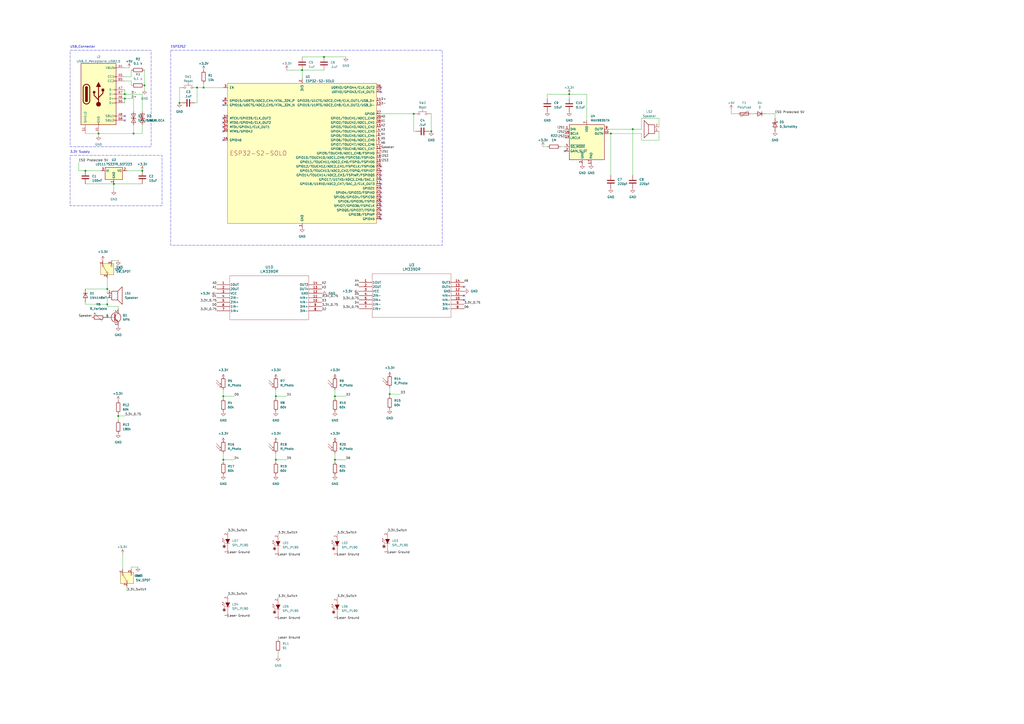
<source format=kicad_sch>
(kicad_sch (version 20231120) (generator "eeschema") (generator_version "8.0")
  (paper "A2")
  (junction (at 129.54 229.87))
  (junction (at 114.3 50.8))
  (junction (at 82.55 99.06))
  (junction (at 240.03 66.04))
  (junction (at 226.06 228.6))
  (junction (at 77.47 77.47))
  (junction (at 83.82 49.53))
  (junction (at 354.33 77.47))
  (junction (at 72.39 54.61))
  (junction (at 330.2 54.61))
  (junction (at 66.04 106.68))
  (junction (at 187.96 33.02))
  (junction (at 57.15 77.47))
  (junction (at 118.11 50.8))
  (junction (at 49.53 99.06))
  (junction (at 104.14 59.69))
  (junction (at 72.39 57.15))
  (junction (at 68.58 241.3))
  (junction (at 194.31 266.7))
  (junction (at 160.02 266.7))
  (junction (at 367.03 74.93))
  (junction (at 194.31 229.87))
  (junction (at 62.23 167.64))
  (junction (at 175.26 40.64))
  (junction (at 160.02 229.87))
  (junction (at 62.23 176.53))
  (junction (at 250.19 76.2))
  (junction (at 129.54 266.7))
  (no_connect (at 220.98 114.3))
  (no_connect (at 129.54 68.58))
  (no_connect (at 220.98 53.34))
  (no_connect (at 269.24 173.99))
  (no_connect (at 269.24 171.45))
  (no_connect (at 129.54 60.96))
  (no_connect (at 220.98 119.38))
  (no_connect (at 72.39 69.85))
  (no_connect (at 220.98 99.06))
  (no_connect (at 220.98 109.22))
  (no_connect (at 220.98 106.68))
  (no_connect (at 220.98 111.76))
  (no_connect (at 220.98 104.14))
  (no_connect (at 220.98 116.84))
  (no_connect (at 220.98 50.8))
  (no_connect (at 220.98 127))
  (no_connect (at 269.24 166.37))
  (no_connect (at 220.98 101.6))
  (no_connect (at 220.98 121.92))
  (no_connect (at 220.98 124.46))
  (no_connect (at 72.39 67.31))
  (no_connect (at 129.54 81.28))
  (no_connect (at 129.54 71.12))
  (no_connect (at 129.54 73.66))
  (no_connect (at 220.98 96.52))
  (no_connect (at 129.54 76.2))
  (no_connect (at 327.66 87.63))
  (no_connect (at 129.54 58.42))
  (wire (pts (xy 160.02 266.7) (xy 160.02 267.97)))
  (wire (pts (xy 72.39 39.37) (xy 74.93 39.37)))
  (wire (pts (xy 226.06 217.17) (xy 226.06 218.44)))
  (wire (pts (xy 161.29 378.46) (xy 161.29 381)))
  (wire (pts (xy 49.53 175.26) (xy 49.53 176.53)))
  (wire (pts (xy 226.06 228.6) (xy 226.06 229.87)))
  (wire (pts (xy 194.31 226.06) (xy 194.31 229.87)))
  (wire (pts (xy 72.39 46.99) (xy 76.2 46.99)))
  (wire (pts (xy 57.15 78.74) (xy 57.15 77.47)))
  (wire (pts (xy 118.11 50.8) (xy 114.3 50.8)))
  (wire (pts (xy 367.03 101.6) (xy 367.03 74.93)))
  (wire (pts (xy 382.27 81.28) (xy 382.27 76.2)))
  (wire (pts (xy 160.02 229.87) (xy 160.02 231.14)))
  (wire (pts (xy 73.66 99.06) (xy 82.55 99.06)))
  (wire (pts (xy 73.66 342.9) (xy 73.66 340.36)))
  (wire (pts (xy 72.39 57.15) (xy 72.39 59.69)))
  (wire (pts (xy 118.11 50.8) (xy 129.54 50.8)))
  (wire (pts (xy 194.31 266.7) (xy 194.31 267.97)))
  (wire (pts (xy 340.36 69.85) (xy 340.36 54.61)))
  (wire (pts (xy 175.26 40.64) (xy 175.26 45.72)))
  (wire (pts (xy 449.58 66.04) (xy 449.58 68.58)))
  (wire (pts (xy 372.11 81.28) (xy 382.27 81.28)))
  (wire (pts (xy 340.36 54.61) (xy 330.2 54.61)))
  (wire (pts (xy 194.31 266.7) (xy 200.66 266.7)))
  (wire (pts (xy 367.03 74.93) (xy 372.11 74.93)))
  (wire (pts (xy 62.23 161.29) (xy 62.23 167.64)))
  (wire (pts (xy 382.27 68.58) (xy 382.27 73.66)))
  (wire (pts (xy 49.53 167.64) (xy 62.23 167.64)))
  (wire (pts (xy 72.39 241.3) (xy 68.58 241.3)))
  (wire (pts (xy 76.2 328.93) (xy 76.2 330.2)))
  (wire (pts (xy 76.2 44.45) (xy 76.2 40.64)))
  (wire (pts (xy 80.01 328.93) (xy 76.2 328.93)))
  (wire (pts (xy 354.33 77.47) (xy 354.33 101.6)))
  (wire (pts (xy 45.72 99.06) (xy 49.53 99.06)))
  (wire (pts (xy 160.02 226.06) (xy 160.02 229.87)))
  (wire (pts (xy 68.58 177.8) (xy 62.23 177.8)))
  (wire (pts (xy 175.26 40.64) (xy 187.96 40.64)))
  (wire (pts (xy 129.54 262.89) (xy 129.54 266.7)))
  (wire (pts (xy 240.03 66.04) (xy 240.03 76.2)))
  (wire (pts (xy 68.58 240.03) (xy 68.58 241.3)))
  (wire (pts (xy 114.3 50.8) (xy 114.3 59.69)))
  (wire (pts (xy 68.58 151.13) (xy 64.77 151.13)))
  (wire (pts (xy 113.03 59.69) (xy 114.3 59.69)))
  (wire (pts (xy 71.12 321.31) (xy 71.12 330.2)))
  (wire (pts (xy 62.23 177.8) (xy 62.23 176.53)))
  (wire (pts (xy 317.5 54.61) (xy 330.2 54.61)))
  (wire (pts (xy 129.54 226.06) (xy 129.54 229.87)))
  (wire (pts (xy 194.31 255.27) (xy 194.31 256.54)))
  (wire (pts (xy 160.02 218.44) (xy 160.02 219.71)))
  (wire (pts (xy 250.19 76.2) (xy 248.92 76.2)))
  (wire (pts (xy 105.41 59.69) (xy 104.14 59.69)))
  (wire (pts (xy 129.54 255.27) (xy 129.54 256.54)))
  (wire (pts (xy 175.26 33.02) (xy 187.96 33.02)))
  (wire (pts (xy 72.39 54.61) (xy 82.55 54.61)))
  (wire (pts (xy 317.5 85.09) (xy 314.96 85.09)))
  (wire (pts (xy 62.23 167.64) (xy 62.23 170.18)))
  (wire (pts (xy 77.47 64.77) (xy 77.47 57.15)))
  (wire (pts (xy 82.55 72.39) (xy 82.55 77.47)))
  (wire (pts (xy 129.54 229.87) (xy 135.89 229.87)))
  (wire (pts (xy 72.39 52.07) (xy 72.39 54.61)))
  (wire (pts (xy 83.82 49.53) (xy 83.82 52.07)))
  (wire (pts (xy 194.31 229.87) (xy 194.31 231.14)))
  (wire (pts (xy 83.82 40.64) (xy 83.82 49.53)))
  (wire (pts (xy 77.47 77.47) (xy 82.55 77.47)))
  (wire (pts (xy 104.14 59.69) (xy 104.14 50.8)))
  (wire (pts (xy 76.2 46.99) (xy 76.2 49.53)))
  (wire (pts (xy 166.37 40.64) (xy 175.26 40.64)))
  (wire (pts (xy 372.11 68.58) (xy 382.27 68.58)))
  (wire (pts (xy 353.06 77.47) (xy 354.33 77.47)))
  (wire (pts (xy 226.06 228.6) (xy 232.41 228.6)))
  (wire (pts (xy 62.23 176.53) (xy 62.23 172.72)))
  (wire (pts (xy 82.55 54.61) (xy 82.55 64.77)))
  (wire (pts (xy 250.19 66.04) (xy 250.19 76.2)))
  (wire (pts (xy 160.02 229.87) (xy 166.37 229.87)))
  (wire (pts (xy 372.11 74.93) (xy 372.11 68.58)))
  (wire (pts (xy 444.5 66.04) (xy 449.58 66.04)))
  (wire (pts (xy 160.02 255.27) (xy 160.02 256.54)))
  (wire (pts (xy 317.5 57.15) (xy 317.5 54.61)))
  (wire (pts (xy 129.54 218.44) (xy 129.54 219.71)))
  (wire (pts (xy 424.18 66.04) (xy 427.99 66.04)))
  (wire (pts (xy 72.39 44.45) (xy 76.2 44.45)))
  (wire (pts (xy 372.11 77.47) (xy 372.11 81.28)))
  (wire (pts (xy 424.18 66.04) (xy 424.18 63.5)))
  (wire (pts (xy 57.15 77.47) (xy 77.47 77.47)))
  (wire (pts (xy 436.88 66.04) (xy 435.61 66.04)))
  (wire (pts (xy 45.72 93.98) (xy 45.72 99.06)))
  (wire (pts (xy 226.06 224.79) (xy 226.06 228.6)))
  (wire (pts (xy 129.54 266.7) (xy 135.89 266.7)))
  (wire (pts (xy 330.2 54.61) (xy 330.2 57.15)))
  (wire (pts (xy 354.33 77.47) (xy 372.11 77.47)))
  (wire (pts (xy 49.53 99.06) (xy 58.42 99.06)))
  (wire (pts (xy 220.98 66.04) (xy 240.03 66.04)))
  (wire (pts (xy 49.53 106.68) (xy 66.04 106.68)))
  (wire (pts (xy 129.54 229.87) (xy 129.54 231.14)))
  (wire (pts (xy 68.58 241.3) (xy 68.58 243.84)))
  (wire (pts (xy 160.02 266.7) (xy 166.37 266.7)))
  (wire (pts (xy 194.31 262.89) (xy 194.31 266.7)))
  (wire (pts (xy 353.06 74.93) (xy 367.03 74.93)))
  (wire (pts (xy 241.3 76.2) (xy 240.03 76.2)))
  (wire (pts (xy 66.04 106.68) (xy 66.04 110.49)))
  (wire (pts (xy 194.31 229.87) (xy 200.66 229.87)))
  (wire (pts (xy 49.53 77.47) (xy 57.15 77.47)))
  (wire (pts (xy 49.53 176.53) (xy 62.23 176.53)))
  (wire (pts (xy 160.02 262.89) (xy 160.02 266.7)))
  (wire (pts (xy 66.04 106.68) (xy 82.55 106.68)))
  (wire (pts (xy 72.39 57.15) (xy 77.47 57.15)))
  (wire (pts (xy 187.96 33.02) (xy 200.66 33.02)))
  (wire (pts (xy 77.47 77.47) (xy 77.47 72.39)))
  (wire (pts (xy 129.54 266.7) (xy 129.54 267.97)))
  (wire (pts (xy 68.58 177.8) (xy 68.58 179.07)))
  (wire (pts (xy 118.11 48.26) (xy 118.11 50.8)))
  (wire (pts (xy 325.12 85.09) (xy 327.66 85.09)))
  (wire (pts (xy 194.31 218.44) (xy 194.31 219.71)))
  (rectangle (start 40.64 90.17) (end 93.98 119.38) (stroke (width 0) (type dash)))
  (rectangle (start 40.64 29.21) (end 87.63 85.09) (stroke (width 0) (type dash)))
  (rectangle (start 99.06 29.21) (end 256.54 142.24) (stroke (width 0) (type dash)))
  (text "USB_Connector" (at 40.64 27.94 0) (effects (font (size 1.27 1.27)) (justify left bottom)))
  (text "ESP32S2" (at 99.06 27.94 0) (effects (font (size 1.27 1.27)) (justify left bottom)))
  (text "3.3V Supply" (at 40.64 88.9 0) (effects (font (size 1.27 1.27)) (justify left bottom)))
  (label "A2" (at 186.69 165.1 0))
  (label "D5" (at 208.28 171.45 180))
  (label "Laser Ground" (at 132.08 321.31 0))
  (label "A1" (at 125.73 167.64 180))
  (label "3.3V_0.75" (at 72.39 241.3 0))
  (label "A6" (at 269.24 163.83 0))
  (label "D4" (at 135.89 266.7 0))
  (label "3.3V_0.75" (at 208.28 173.99 180))
  (label "ESD Protected 5V" (at 45.72 93.98 0))
  (label "A5" (at 220.98 81.28 0))
  (label "Laser Ground" (at 161.29 370.84 0))
  (label "Laser Ground" (at 161.29 322.58 0))
  (label "3.3V_Switch" (at 195.58 309.88 0))
  (label "D2" (at 186.69 180.34 0))
  (label "Speaker" (at 220.98 86.36 0))
  (label "Laser Ground" (at 224.79 321.31 0))
  (label "I2S2" (at 220.98 91.44 0))
  (label "I2S3" (at 327.66 80.01 180))
  (label "A1" (at 220.98 71.12 0))
  (label "A0" (at 220.98 68.58 0))
  (label "D+" (at 76.2 57.15 0))
  (label "3.3V_Switch" (at 132.08 345.44 0))
  (label "I2S1" (at 220.98 88.9 0))
  (label "Laser Ground" (at 132.08 358.14 0))
  (label "A0" (at 125.73 165.1 180))
  (label "Laser Ground" (at 161.29 359.41 0))
  (label "I2S1" (at 327.66 74.93 180))
  (label "D6" (at 200.66 266.7 0))
  (label "3.3V_0.75" (at 208.28 179.07 180))
  (label "A6" (at 220.98 83.82 0))
  (label "3.3V_0.75" (at 125.73 175.26 180))
  (label "D3" (at 232.41 228.6 0))
  (label "A5" (at 208.28 166.37 180))
  (label "3.3V_Switch" (at 224.79 308.61 0))
  (label "Speaker" (at 53.34 184.15 180))
  (label "D1" (at 125.73 172.72 180))
  (label "3.3V_Switch" (at 195.58 346.71 0))
  (label "3.3V_0.75" (at 269.24 176.53 0))
  (label "3.3V_Switch" (at 161.29 346.71 0))
  (label "3.3V_Switch" (at 73.66 342.9 0))
  (label "D+" (at 220.98 58.42 0))
  (label "D0" (at 135.89 229.87 0))
  (label "3.3V_0.75" (at 186.69 177.8 0))
  (label "3.3V_0.75" (at 125.73 180.34 180))
  (label "3.3V_Switch" (at 161.29 309.88 0))
  (label "D4" (at 208.28 176.53 180))
  (label "3.3V_Switch" (at 132.08 308.61 0))
  (label "I2S3" (at 220.98 93.98 0))
  (label "Laser Ground" (at 195.58 359.41 0))
  (label "I2S2" (at 327.66 77.47 180))
  (label "D3" (at 186.69 175.26 0))
  (label "A4" (at 208.28 163.83 180))
  (label "Laser Ground" (at 195.58 322.58 0))
  (label "D5" (at 166.37 266.7 0))
  (label "A3" (at 220.98 76.2 0))
  (label "D0" (at 125.73 177.8 180))
  (label "D6" (at 269.24 179.07 0))
  (label "D-" (at 76.2 54.61 0))
  (label "A2" (at 220.98 73.66 0))
  (label "A4" (at 220.98 78.74 0))
  (label "A3" (at 186.69 167.64 0))
  (label "D1" (at 166.37 229.87 0))
  (label "3.3V_0.75" (at 186.69 172.72 0))
  (label "D2" (at 200.66 229.87 0))
  (label "ESD Protected 5V" (at 449.58 66.04 0))
  (label "D-" (at 220.98 60.96 0))
  (symbol (lib_name "GND_4") (lib_id "power:GND") (at 354.33 109.22 0) (unit 1)
    (property "Reference" "#PWR015" (effects (hide yes)))
    (property "Value" "GND" (at 354.33 114.3 0))
    (property "Description" "Power symbol creates a global label with name \"GND\" , ground" (effects (hide yes)))
  )
  (symbol (lib_id "power:+5V") (at 424.18 63.5 0) (unit 1)
    (property "Reference" "#PWR032" (effects (hide yes)))
    (property "Value" "+5V" (at 424.18 59.69 0))
  )
  (symbol (lib_id "Diode_Laser:SPL_PL90") (at 132.08 313.69 90) (unit 1)
    (property "Reference" "LD7" (at 134.62 313.6899 90) (effects (justify right)))
    (property "Value" "SPL_PL90" (at 134.62 316.2299 90) (effects (justify right)))
    (property "Footprint" "Connector_PinSocket_2.54mm:PinSocket_1x02_P2.54mm_Vertical" (effects (hide yes)))
    (property "Datasheet" "http://www.osram-os.com/Graphics/XPic0/00194565_0.pdf/SPL%20PL90.pdf" (effects (hide yes)))
    (property "Description" "Pulsed Laser Diode in Plastic Package 25W Peak Power" (effects (hide yes)))
  )
  (symbol (lib_name "GND_2") (lib_id "power:GND") (at 80.01 328.93 0) (unit 1)
    (property "Reference" "#PWR019" (effects (hide yes)))
    (property "Value" "GND" (at 80.01 334.01 0))
    (property "Description" "Power symbol creates a global label with name \"GND\" , ground" (effects (hide yes)))
  )
  (symbol (lib_name "GND_6") (lib_id "power:GND") (at 449.58 76.2 0) (unit 1)
    (property "Reference" "#PWR033" (effects (hide yes)))
    (property "Value" "GND" (at 449.58 81.28 0))
    (property "Description" "Power symbol creates a global label with name \"GND\" , ground" (effects (hide yes)))
  )
  (symbol (lib_id "power:+3.3V") (at 166.37 40.64 0) (unit 1)
    (property "Reference" "#PWR010" (effects (hide yes)))
    (property "Value" "+3.3V" (at 166.37 36.83 0))
  )
  (symbol (lib_id "2024-04-11_05-51-07:LM339DR") (at 208.28 163.83 0) (unit 1)
    (property "Reference" "U3" (at 238.76 153.67 0) (effects (font (size 1.524 1.524))))
    (property "Value" "LM339DR" (at 238.76 156.21 0) (effects (font (size 1.524 1.524))))
    (property "Footprint" "footprints:D14" (effects (hide yes)))
    (property "Datasheet" "LM339DR" (effects (hide yes)))
  )
  (symbol (lib_id "Device:R") (at 160.02 234.95 0) (unit 1)
    (property "Reference" "R8" (at 162.56 233.6799 0) (effects (justify left)))
    (property "Value" "60k" (at 162.56 236.2199 0) (effects (justify left)))
    (property "Footprint" "Resistor_SMD:R_0805_2012Metric" (effects (hide yes)))
    (property "Description" "Resistor" (effects (hide yes)))
  )
  (symbol (lib_id "power:GND") (at 66.04 110.49 0) (unit 1)
    (property "Reference" "#PWR01" (effects (hide yes)))
    (property "Value" "GND" (at 66.04 115.57 0))
  )
  (symbol (lib_id "Device:R_Photo") (at 160.02 259.08 0) (unit 1)
    (property "Reference" "R18" (at 162.56 257.8099 0) (effects (justify left)))
    (property "Value" "R_Photo" (at 162.56 260.3499 0) (effects (justify left)))
    (property "Footprint" "Connector_PinSocket_2.54mm:PinSocket_1x02_P2.54mm_Vertical" (effects (hide yes)))
    (property "Description" "Photoresistor" (effects (hide yes)))
  )
  (symbol (lib_id "Device:C") (at 175.26 36.83 0) (unit 1)
    (property "Reference" "C5" (at 179.07 36.195 0) (effects (justify left)))
    (property "Value" "1uF" (at 179.07 38.735 0) (effects (justify left)))
    (property "Footprint" "Capacitor_SMD:C_0805_2012Metric_Pad1.18x1.45mm_HandSolder" (effects (hide yes)))
  )
  (symbol (lib_id "Device:R") (at 80.01 49.53 270) (unit 1)
    (property "Reference" "R3" (at 80.01 43.18 90))
    (property "Value" "5.1 k" (at 80.01 45.72 90))
    (property "Footprint" "Resistor_SMD:R_0805_2012Metric_Pad1.20x1.40mm_HandSolder" (effects (hide yes)))
  )
  (symbol (lib_id "Switch:SW_Omron_B3FS") (at 245.11 66.04 0) (unit 1)
    (property "Reference" "SW2" (at 245.11 59.69 0))
    (property "Value" "Boot" (at 245.11 62.23 0))
    (property "Footprint" "footprints 2:SWDIP2_256X170P100" (effects (hide yes)))
    (property "Datasheet" "https://omronfs.omron.com/en_US/ecb/products/pdf/en-b3fs.pdf" (effects (hide yes)))
  )
  (symbol (lib_id "Diode_Laser:SPL_PL90") (at 161.29 314.96 90) (unit 1)
    (property "Reference" "LD1" (at 163.83 314.9599 90) (effects (justify right)))
    (property "Value" "SPL_PL90" (at 163.83 317.4999 90) (effects (justify right)))
    (property "Footprint" "Connector_PinSocket_2.54mm:PinSocket_1x02_P2.54mm_Vertical" (effects (hide yes)))
    (property "Datasheet" "http://www.osram-os.com/Graphics/XPic0/00194565_0.pdf/SPL%20PL90.pdf" (effects (hide yes)))
    (property "Description" "Pulsed Laser Diode in Plastic Package 25W Peak Power" (effects (hide yes)))
  )
  (symbol (lib_name "GND_4") (lib_id "power:GND") (at 317.5 64.77 0) (unit 1)
    (property "Reference" "#PWR025" (effects (hide yes)))
    (property "Value" "GND" (at 317.5 69.85 0))
    (property "Description" "Power symbol creates a global label with name \"GND\" , ground" (effects (hide yes)))
  )
  (symbol (lib_id "Device:R_Photo") (at 194.31 222.25 0) (unit 1)
    (property "Reference" "R9" (at 196.85 220.9799 0) (effects (justify left)))
    (property "Value" "R_Photo" (at 196.85 223.5199 0) (effects (justify left)))
    (property "Footprint" "Connector_PinSocket_2.54mm:PinSocket_1x02_P2.54mm_Vertical" (effects (hide yes)))
    (property "Description" "Photoresistor" (effects (hide yes)))
  )
  (symbol (lib_id "esp32:ESP32-S2-SOLO") (at 175.26 88.9 0) (unit 1)
    (property "Reference" "U1" (at 177.2159 44.45 0) (effects (justify left)))
    (property "Value" "ESP32-S2-SOLO" (at 177.2159 46.99 0) (effects (justify left)))
    (property "Footprint" "ESP32_S2_SOLO_N4:XCVR_ESP32-S2-SOLO-N4" (effects (hide yes)))
    (property "Datasheet" "https://www.espressif.com/sites/default/files/documentation/esp32-s2-solo_esp32-s2-solo-u_datasheet_en.pdf" (effects (hide yes)))
  )
  (symbol (lib_id "Diode_Laser:SPL_PL90") (at 195.58 351.79 90) (unit 1)
    (property "Reference" "LD6" (at 198.12 351.7899 90) (effects (justify right)))
    (property "Value" "SPL_PL90" (at 198.12 354.3299 90) (effects (justify right)))
    (property "Footprint" "Connector_PinSocket_2.54mm:PinSocket_1x02_P2.54mm_Vertical" (effects (hide yes)))
    (property "Datasheet" "http://www.osram-os.com/Graphics/XPic0/00194565_0.pdf/SPL%20PL90.pdf" (effects (hide yes)))
    (property "Description" "Pulsed Laser Diode in Plastic Package 25W Peak Power" (effects (hide yes)))
  )
  (symbol (lib_id "2024-04-11_05-51-07:LM339DR") (at 125.73 165.1 0) (unit 1)
    (property "Reference" "U10" (at 156.21 154.94 0) (effects (font (size 1.524 1.524))))
    (property "Value" "LM339DR" (at 156.21 157.48 0) (effects (font (size 1.524 1.524))))
    (property "Footprint" "footprints:D14" (effects (hide yes)))
    (property "Datasheet" "LM339DR" (effects (hide yes)))
  )
  (symbol (lib_name "GND_1") (lib_id "power:GND") (at 129.54 275.59 0) (unit 1)
    (property "Reference" "#PWR044" (effects (hide yes)))
    (property "Value" "GND" (at 129.54 280.67 0))
    (property "Description" "Power symbol creates a global label with name \"GND\" , ground" (effects (hide yes)))
  )
  (symbol (lib_id "power:+3.3V") (at 330.2 54.61 0) (unit 1)
    (property "Reference" "#PWR027" (effects (hide yes)))
    (property "Value" "+3.3V" (at 330.2 50.8 0))
  )
  (symbol (lib_name "+3.3V_1") (lib_id "power:+3.3V") (at 129.54 219.71 0) (unit 1)
    (property "Reference" "#PWR013" (effects (hide yes)))
    (property "Value" "+3.3V" (at 129.54 214.63 0))
    (property "Description" "Power symbol creates a global label with name \"+3.3V\"" (effects (hide yes)))
  )
  (symbol (lib_id "Device:R") (at 80.01 40.64 90) (unit 1)
    (property "Reference" "R2" (at 80.01 34.29 90))
    (property "Value" "5.1 k" (at 80.01 36.83 90))
    (property "Footprint" "Resistor_SMD:R_0805_2012Metric_Pad1.20x1.40mm_HandSolder" (effects (hide yes)))
  )
  (symbol (lib_name "+3.3V_1") (lib_id "power:+3.3V") (at 68.58 232.41 0) (unit 1)
    (property "Reference" "#PWR028" (effects (hide yes)))
    (property "Value" "+3.3V" (at 68.326 228.346 0))
    (property "Description" "Power symbol creates a global label with name \"+3.3V\"" (effects (hide yes)))
  )
  (symbol (lib_id "Device:C") (at 245.11 76.2 90) (unit 1)
    (property "Reference" "C4" (at 245.11 69.85 90))
    (property "Value" ".1uF" (at 245.11 72.39 90))
    (property "Footprint" "Capacitor_SMD:C_0805_2012Metric_Pad1.18x1.45mm_HandSolder" (effects (hide yes)))
  )
  (symbol (lib_id "Switch:SW_SPDT") (at 62.23 156.21 90) (unit 1)
    (property "Reference" "SW5" (at 67.31 154.9399 90) (effects (justify right)))
    (property "Value" "SW_SPDT" (at 67.31 157.4799 90) (effects (justify right)))
    (property "Footprint" "Button_Switch_SMD:SW_DPDT_CK_JS202011JCQN" (effects (hide yes)))
    (property "Description" "Switch, single pole double throw" (effects (hide yes)))
  )
  (symbol (lib_id "Device:R_Photo") (at 129.54 259.08 0) (unit 1)
    (property "Reference" "R16" (at 132.08 257.8099 0) (effects (justify left)))
    (property "Value" "R_Photo" (at 132.08 260.3499 0) (effects (justify left)))
    (property "Footprint" "Connector_PinSocket_2.54mm:PinSocket_1x02_P2.54mm_Vertical" (effects (hide yes)))
    (property "Description" "Photoresistor" (effects (hide yes)))
  )
  (symbol (lib_id "Device:Speaker") (at 67.31 170.18 0) (unit 1)
    (property "Reference" "LS1" (at 72.39 170.1799 0) (effects (justify left)))
    (property "Value" "Speaker" (at 72.39 172.7199 0) (effects (justify left)))
    (property "Footprint" "Connector_PinSocket_2.54mm:PinSocket_1x02_P2.54mm_Vertical" (effects (hide yes)))
    (property "Description" "Speaker" (effects (hide yes)))
  )
  (symbol (lib_id "Device:C") (at 354.33 105.41 0) (unit 1)
    (property "Reference" "C7" (at 358.14 104.1399 0) (effects (justify left)))
    (property "Value" "220pF" (at 358.14 106.6799 0) (effects (justify left)))
    (property "Footprint" "Capacitor_SMD:C_0805_2012Metric_Pad1.18x1.45mm_HandSolder" (effects (hide yes)))
    (property "Description" "Unpolarized capacitor" (effects (hide yes)))
  )
  (symbol (lib_id "power:GND") (at 83.82 52.07 0) (unit 1)
    (property "Reference" "#PWR012" (effects (hide yes)))
    (property "Value" "GND" (at 83.82 57.15 0))
  )
  (symbol (lib_name "GND_1") (lib_id "power:GND") (at 194.31 238.76 0) (unit 1)
    (property "Reference" "#PWR039" (effects (hide yes)))
    (property "Value" "GND" (at 194.31 243.84 0))
    (property "Description" "Power symbol creates a global label with name \"GND\" , ground" (effects (hide yes)))
  )
  (symbol (lib_id "Device:R") (at 226.06 233.68 0) (unit 1)
    (property "Reference" "R15" (at 228.6 232.4099 0) (effects (justify left)))
    (property "Value" "60k" (at 228.6 234.9499 0) (effects (justify left)))
    (property "Footprint" "Resistor_SMD:R_0805_2012Metric_Pad1.20x1.40mm_HandSolder" (effects (hide yes)))
    (property "Description" "Resistor" (effects (hide yes)))
  )
  (symbol (lib_name "+3.3V_2") (lib_id "power:+3.3V") (at 208.28 168.91 90) (unit 1)
    (property "Reference" "#PWR020" (effects (hide yes)))
    (property "Value" "+3.3V" (at 204.47 168.9099 90) (effects (justify left)))
    (property "Description" "Power symbol creates a global label with name \"+3.3V\"" (effects (hide yes)))
  )
  (symbol (lib_id "Diode_Laser:SPL_PL90") (at 161.29 351.79 90) (unit 1)
    (property "Reference" "LD5" (at 163.83 351.7899 90) (effects (justify right)))
    (property "Value" "SPL_PL90" (at 163.83 354.3299 90) (effects (justify right)))
    (property "Footprint" "Connector_PinSocket_2.54mm:PinSocket_1x02_P2.54mm_Vertical" (effects (hide yes)))
    (property "Datasheet" "http://www.osram-os.com/Graphics/XPic0/00194565_0.pdf/SPL%20PL90.pdf" (effects (hide yes)))
    (property "Description" "Pulsed Laser Diode in Plastic Package 25W Peak Power" (effects (hide yes)))
  )
  (symbol (lib_id "Device:Polyfuse") (at 431.8 66.04 90) (unit 1)
    (property "Reference" "F1" (at 431.8 59.69 90))
    (property "Value" "Polyfuse" (at 431.8 62.23 90))
    (property "Footprint" "Diode_SMD:D_0805_2012Metric_Pad1.15x1.40mm_HandSolder" (effects (hide yes)))
    (property "Description" "Resettable fuse, polymeric positive temperature coefficient" (effects (hide yes)))
  )
  (symbol (lib_name "GND_1") (lib_id "power:GND") (at 68.58 251.46 0) (unit 1)
    (property "Reference" "#PWR029" (effects (hide yes)))
    (property "Value" "GND" (at 68.58 256.54 0))
    (property "Description" "Power symbol creates a global label with name \"GND\" , ground" (effects (hide yes)))
  )
  (symbol (lib_id "power:+3.3V") (at 314.96 85.09 0) (unit 1)
    (property "Reference" "#PWR031" (effects (hide yes)))
    (property "Value" "+3.3V" (at 314.96 81.28 0))
  )
  (symbol (lib_id "power:+3.3V") (at 82.55 99.06 0) (unit 1)
    (property "Reference" "#PWR03" (effects (hide yes)))
    (property "Value" "+3.3V" (at 82.55 95.25 0))
  )
  (symbol (lib_name "+3.3V_1") (lib_id "power:+3.3V") (at 160.02 256.54 0) (unit 1)
    (property "Reference" "#PWR045" (effects (hide yes)))
    (property "Value" "+3.3V" (at 160.02 251.46 0))
    (property "Description" "Power symbol creates a global label with name \"+3.3V\"" (effects (hide yes)))
  )
  (symbol (lib_name "GND_7") (lib_id "power:GND") (at 186.69 170.18 90) (unit 1)
    (property "Reference" "#PWR02" (effects (hide yes)))
    (property "Value" "GND" (at 190.5 170.1799 90) (effects (justify right)))
    (property "Description" "Power symbol creates a global label with name \"GND\" , ground" (effects (hide yes)))
  )
  (symbol (lib_name "GND_1") (lib_id "power:GND") (at 226.06 237.49 0) (unit 1)
    (property "Reference" "#PWR041" (effects (hide yes)))
    (property "Value" "GND" (at 226.06 242.57 0))
    (property "Description" "Power symbol creates a global label with name \"GND\" , ground" (effects (hide yes)))
  )
  (symbol (lib_id "Device:Speaker") (at 377.19 76.2 180) (unit 1)
    (property "Reference" "LS2" (at 376.682 64.77 0))
    (property "Value" "Speaker" (at 376.682 67.31 0))
    (property "Footprint" "Connector_PinSocket_2.54mm:PinSocket_1x02_P2.54mm_Vertical" (effects (hide yes)))
    (property "Description" "Speaker" (effects (hide yes)))
  )
  (symbol (lib_name "GND_5") (lib_id "power:GND") (at 367.03 109.22 0) (unit 1)
    (property "Reference" "#PWR022" (effects (hide yes)))
    (property "Value" "GND" (at 367.03 114.3 0))
    (property "Description" "Power symbol creates a global label with name \"GND\" , ground" (effects (hide yes)))
  )
  (symbol (lib_id "power:GND") (at 175.26 132.08 0) (unit 1)
    (property "Reference" "#PWR06" (effects (hide yes)))
    (property "Value" "GND" (at 175.26 137.16 0))
  )
  (symbol (lib_id "Device:D_Schottky") (at 449.58 72.39 270) (unit 1)
    (property "Reference" "D5" (at 452.12 70.8024 90) (effects (justify left)))
    (property "Value" "D_Schottky" (at 452.12 73.406 90) (effects (justify left)))
    (property "Footprint" "Diode_SMD:D_0805_2012Metric_Pad1.15x1.40mm_HandSolder" (effects (hide yes)))
    (property "Description" "Schottky diode" (effects (hide yes)))
  )
  (symbol (lib_id "Device:C") (at 109.22 59.69 90) (unit 1)
    (property "Reference" "C3" (at 109.22 53.34 90))
    (property "Value" ".1uF" (at 109.22 55.88 90))
    (property "Footprint" "Capacitor_SMD:C_0805_2012Metric_Pad1.18x1.45mm_HandSolder" (effects (hide yes)))
  )
  (symbol (lib_id "Device:R") (at 118.11 44.45 0) (unit 1)
    (property "Reference" "R1" (at 120.65 43.815 0) (effects (justify left)))
    (property "Value" "10k" (at 120.65 46.355 0) (effects (justify left)))
    (property "Footprint" "Resistor_SMD:R_0805_2012Metric_Pad1.20x1.40mm_HandSolder" (effects (hide yes)))
  )
  (symbol (lib_id "Device:R_Photo") (at 194.31 259.08 0) (unit 1)
    (property "Reference" "R20" (at 196.85 257.8099 0) (effects (justify left)))
    (property "Value" "R_Photo" (at 196.85 260.3499 0) (effects (justify left)))
    (property "Footprint" "Connector_PinSocket_2.54mm:PinSocket_1x02_P2.54mm_Vertical" (effects (hide yes)))
    (property "Description" "Photoresistor" (effects (hide yes)))
  )
  (symbol (lib_id "Device:R") (at 194.31 271.78 0) (unit 1)
    (property "Reference" "R21" (at 196.85 270.5099 0) (effects (justify left)))
    (property "Value" "60k" (at 196.85 273.0499 0) (effects (justify left)))
    (property "Footprint" "Resistor_SMD:R_0805_2012Metric_Pad1.20x1.40mm_HandSolder" (effects (hide yes)))
    (property "Description" "Resistor" (effects (hide yes)))
  )
  (symbol (lib_id "Device:R") (at 129.54 271.78 0) (unit 1)
    (property "Reference" "R17" (at 132.08 270.5099 0) (effects (justify left)))
    (property "Value" "60k" (at 132.08 273.0499 0) (effects (justify left)))
    (property "Footprint" "Resistor_SMD:R_0805_2012Metric_Pad1.20x1.40mm_HandSolder" (effects (hide yes)))
    (property "Description" "Resistor" (effects (hide yes)))
  )
  (symbol (lib_id "Device:R_Variable") (at 57.15 184.15 90) (unit 1)
    (property "Reference" "R6" (at 57.15 176.53 90))
    (property "Value" "R_Variable" (at 57.15 179.07 90))
    (property "Footprint" "Resistor_THT:R_Axial_DIN0207_L6.3mm_D2.5mm_P15.24mm_Horizontal" (effects (hide yes)))
    (property "Description" "Variable resistor" (effects (hide yes)))
  )
  (symbol (lib_name "+3.3V_1") (lib_id "power:+3.3V") (at 226.06 218.44 0) (unit 1)
    (property "Reference" "#PWR040" (effects (hide yes)))
    (property "Value" "+3.3V" (at 226.06 213.36 0))
    (property "Description" "Power symbol creates a global label with name \"+3.3V\"" (effects (hide yes)))
  )
  (symbol (lib_name "+3.3V_1") (lib_id "power:+3.3V") (at 160.02 219.71 0) (unit 1)
    (property "Reference" "#PWR036" (effects (hide yes)))
    (property "Value" "+3.3V" (at 160.02 214.63 0))
    (property "Description" "Power symbol creates a global label with name \"+3.3V\"" (effects (hide yes)))
  )
  (symbol (lib_id "Audio:MAX98357A") (at 340.36 82.55 0) (unit 1)
    (property "Reference" "U4" (at 342.5541 67.31 0) (effects (justify left)))
    (property "Value" "MAX98357A" (at 342.5541 69.85 0) (effects (justify left)))
    (property "Footprint" "Package_DFN_QFN:TQFN-16-1EP_3x3mm_P0.5mm_EP1.23x1.23mm" (effects (hide yes)))
    (property "Datasheet" "https://www.analog.com/media/en/technical-documentation/data-sheets/MAX98357A-MAX98357B.pdf" (effects (hide yes)))
    (property "Description" "Mono DAC with amplifier, I2S, PCM, TDM, 32-bit, 96khz, 3.2W, TQFP-16" (effects (hide yes)))
  )
  (symbol (lib_id "Device:C") (at 187.96 36.83 0) (unit 1)
    (property "Reference" "C6" (at 191.77 36.195 0) (effects (justify left)))
    (property "Value" ".1uF" (at 191.77 38.735 0) (effects (justify left)))
    (property "Footprint" "Capacitor_SMD:C_0805_2012Metric_Pad1.18x1.45mm_HandSolder" (effects (hide yes)))
  )
  (symbol (lib_id "Device:C") (at 49.53 102.87 0) (unit 1)
    (property "Reference" "C1" (at 53.34 102.235 0) (effects (justify left)))
    (property "Value" "100nF" (at 53.34 104.775 0) (effects (justify left)))
    (property "Footprint" "Capacitor_SMD:C_0805_2012Metric_Pad1.18x1.45mm_HandSolder" (effects (hide yes)))
  )
  (symbol (lib_name "+3.3V_1") (lib_id "power:+3.3V") (at 194.31 256.54 0) (unit 1)
    (property "Reference" "#PWR047" (effects (hide yes)))
    (property "Value" "+3.3V" (at 194.31 251.46 0))
    (property "Description" "Power symbol creates a global label with name \"+3.3V\"" (effects (hide yes)))
  )
  (symbol (lib_id "power:GND") (at 200.66 33.02 0) (unit 1)
    (property "Reference" "#PWR011" (effects (hide yes)))
    (property "Value" "GND" (at 200.66 38.1 0))
  )
  (symbol (lib_id "Device:R") (at 161.29 374.65 0) (unit 1)
    (property "Reference" "R11" (at 163.83 373.3799 0) (effects (justify left)))
    (property "Value" "91" (at 163.83 375.9199 0) (effects (justify left)))
    (property "Footprint" "Resistor_SMD:R_0805_2012Metric_Pad1.20x1.40mm_HandSolder" (effects (hide yes)))
    (property "Description" "Resistor" (effects (hide yes)))
  )
  (symbol (lib_id "power:+5V") (at 74.93 39.37 0) (unit 1)
    (property "Reference" "#PWR04" (effects (hide yes)))
    (property "Value" "+5V" (at 74.93 35.56 0))
  )
  (symbol (lib_id "Device:C") (at 317.5 60.96 0) (unit 1)
    (property "Reference" "C9" (at 321.31 59.6899 0) (effects (justify left)))
    (property "Value" "10uF" (at 321.31 62.2299 0) (effects (justify left)))
    (property "Footprint" "Capacitor_SMD:C_0805_2012Metric_Pad1.18x1.45mm_HandSolder" (effects (hide yes)))
    (property "Description" "Unpolarized capacitor" (effects (hide yes)))
  )
  (symbol (lib_id "Device:R") (at 160.02 271.78 0) (unit 1)
    (property "Reference" "R19" (at 162.56 270.5099 0) (effects (justify left)))
    (property "Value" "60k" (at 162.56 273.0499 0) (effects (justify left)))
    (property "Footprint" "Resistor_SMD:R_0805_2012Metric_Pad1.20x1.40mm_HandSolder" (effects (hide yes)))
    (property "Description" "Resistor" (effects (hide yes)))
  )
  (symbol (lib_name "+3.3V_1") (lib_id "power:+3.3V") (at 129.54 256.54 0) (unit 1)
    (property "Reference" "#PWR043" (effects (hide yes)))
    (property "Value" "+3.3V" (at 129.54 251.46 0))
    (property "Description" "Power symbol creates a global label with name \"+3.3V\"" (effects (hide yes)))
  )
  (symbol (lib_id "Diode:1N4148WT") (at 49.53 171.45 270) (unit 1)
    (property "Reference" "D1" (at 52.07 170.1799 90) (effects (justify left)))
    (property "Value" "1N4148WT" (at 52.07 172.7199 90) (effects (justify left)))
    (property "Footprint" "Diode_SMD:D_0805_2012Metric_Pad1.15x1.40mm_HandSolder" (effects (hide yes)))
    (property "Datasheet" "https://www.diodes.com/assets/Datasheets/ds30396.pdf" (effects (hide yes)))
    (property "Description" "75V 0.15A Fast switching Diode, SOD-523" (effects (hide yes)))
    (property "Sim.Device" "D" (effects (hide yes)))
    (property "Sim.Pins" "1=K 2=A" (effects (hide yes)))
  )
  (symbol (lib_id "Regulator_Linear:LD1117S33TR_SOT223") (at 66.04 99.06 0) (unit 1)
    (property "Reference" "U2" (at 66.04 92.71 0))
    (property "Value" "LD1117S33TR_SOT223" (at 66.04 95.25 0))
    (property "Footprint" "Package_TO_SOT_SMD:SOT-223-3_TabPin2" (effects (hide yes)))
    (property "Datasheet" "http://www.st.com/st-web-ui/static/active/en/resource/technical/document/datasheet/CD00000544.pdf" (effects (hide yes)))
  )
  (symbol (lib_id "Connector:USB_C_Receptacle_USB2.0") (at 57.15 54.61 0) (unit 1)
    (property "Reference" "J2" (at 57.15 33.02 0))
    (property "Value" "USB_C_Receptacle_USB2.0" (at 57.15 35.56 0))
    (property "Footprint" "Connector_USB:USB_C_Receptacle_GCT_USB4105-xx-A_16P_TopMnt_Horizontal" (effects (hide yes)))
    (property "Datasheet" "https://www.usb.org/sites/default/files/documents/usb_type-c.zip" (effects (hide yes)))
    (property "Digikey" "https://www.digikey.com/en/products/detail/jae-electronics/dx07s016ja1r1500/11585731" (effects (hide yes)))
  )
  (symbol (lib_id "Simulation_SPICE:NPN") (at 66.04 184.15 0) (unit 1)
    (property "Reference" "Q1" (at 71.12 182.8799 0) (effects (justify left)))
    (property "Value" "NPN" (at 71.12 185.4199 0) (effects (justify left)))
    (property "Footprint" "Package_TO_SOT_SMD:TSOT-23_HandSoldering" (effects (hide yes)))
    (property "Datasheet" "https://ngspice.sourceforge.io/docs/ngspice-html-manual/manual.xhtml#cha_BJTs" (effects (hide yes)))
    (property "Description" "Bipolar transistor symbol for simulation only, substrate tied to the emitter" (effects (hide yes)))
    (property "Sim.Device" "NPN" (effects (hide yes)))
    (property "Sim.Type" "GUMMELPOON" (effects (hide yes)))
    (property "Sim.Pins" "1=C 2=B 3=E" (effects (hide yes)))
  )
  (symbol (lib_id "Diode:SMAJ5.0CA") (at 77.47 68.58 90) (unit 1)
    (property "Reference" "D2" (at 80.01 67.3099 90) (effects (justify right)))
    (property "Value" "SMAJ5.0CA" (at 80.01 69.8499 90) (effects (justify right)))
    (property "Footprint" "Diode_SMD:D_0805_2012Metric_Pad1.15x1.40mm_HandSolder" (effects (hide yes)))
    (property "Datasheet" "https://www.littelfuse.com/media?resourcetype=datasheets&itemid=75e32973-b177-4ee3-a0ff-cedaf1abdb93&filename=smaj-datasheet" (effects (hide yes)))
    (property "Description" "400W bidirectional Transient Voltage Suppressor, 5.0Vr, SMA(DO-214AC)" (effects (hide yes)))
  )
  (symbol (lib_id "Switch:SW_Omron_B3FS") (at 109.22 50.8 0) (unit 1)
    (property "Reference" "SW1" (at 109.22 44.45 0))
    (property "Value" "Reset" (at 109.22 46.99 0))
    (property "Footprint" "footprints 2:SWDIP2_256X170P100" (effects (hide yes)))
    (property "Datasheet" "https://omronfs.omron.com/en_US/ecb/products/pdf/en-b3fs.pdf" (effects (hide yes)))
  )
  (symbol (lib_id "Device:R_Photo") (at 226.06 220.98 0) (unit 1)
    (property "Reference" "R14" (at 228.6 219.7099 0) (effects (justify left)))
    (property "Value" "R_Photo" (at 228.6 222.2499 0) (effects (justify left)))
    (property "Footprint" "Connector_PinSocket_2.54mm:PinSocket_1x02_P2.54mm_Vertical" (effects (hide yes)))
    (property "Description" "Photoresistor" (effects (hide yes)))
  )
  (symbol (lib_name "GND_1") (lib_id "power:GND") (at 269.24 168.91 90) (unit 1)
    (property "Reference" "#PWR021" (effects (hide yes)))
    (property "Value" "GND" (at 273.05 168.9099 90) (effects (justify right)))
    (property "Description" "Power symbol creates a global label with name \"GND\" , ground" (effects (hide yes)))
  )
  (symbol (lib_id "Device:C") (at 330.2 60.96 0) (unit 1)
    (property "Reference" "C10" (at 334.01 59.6899 0) (effects (justify left)))
    (property "Value" "0.1uF" (at 334.01 62.2299 0) (effects (justify left)))
    (property "Footprint" "Capacitor_SMD:C_0805_2012Metric_Pad1.18x1.45mm_HandSolder" (effects (hide yes)))
    (property "Description" "Unpolarized capacitor" (effects (hide yes)))
  )
  (symbol (lib_name "GND_1") (lib_id "power:GND") (at 160.02 238.76 0) (unit 1)
    (property "Reference" "#PWR037" (effects (hide yes)))
    (property "Value" "GND" (at 160.02 243.84 0))
    (property "Description" "Power symbol creates a global label with name \"GND\" , ground" (effects (hide yes)))
  )
  (symbol (lib_id "Device:R") (at 194.31 234.95 0) (unit 1)
    (property "Reference" "R10" (at 196.85 233.6799 0) (effects (justify left)))
    (property "Value" "60k" (at 196.85 236.2199 0) (effects (justify left)))
    (property "Footprint" "Resistor_SMD:R_0805_2012Metric_Pad1.20x1.40mm_HandSolder" (effects (hide yes)))
    (property "Description" "Resistor" (effects (hide yes)))
  )
  (symbol (lib_name "+3.3V_2") (lib_id "power:+3.3V") (at 125.73 170.18 90) (unit 1)
    (property "Reference" "#PWR049" (effects (hide yes)))
    (property "Value" "+3.3V" (at 121.92 170.1799 90) (effects (justify left)))
    (property "Description" "Power symbol creates a global label with name \"+3.3V\"" (effects (hide yes)))
  )
  (symbol (lib_id "Device:R") (at 321.31 85.09 90) (unit 1)
    (property "Reference" "R22" (at 321.31 78.74 90))
    (property "Value" "1M" (at 321.31 81.28 90))
    (property "Footprint" "Resistor_SMD:R_0805_2012Metric_Pad1.20x1.40mm_HandSolder" (effects (hide yes)))
    (property "Description" "Resistor" (effects (hide yes)))
  )
  (symbol (lib_name "GND_1") (lib_id "power:GND") (at 194.31 275.59 0) (unit 1)
    (property "Reference" "#PWR048" (effects (hide yes)))
    (property "Value" "GND" (at 194.31 280.67 0))
    (property "Description" "Power symbol creates a global label with name \"GND\" , ground" (effects (hide yes)))
  )
  (symbol (lib_id "Diode_Laser:SPL_PL90") (at 195.58 314.96 90) (unit 1)
    (property "Reference" "LD2" (at 198.12 314.9599 90) (effects (justify right)))
    (property "Value" "SPL_PL90" (at 198.12 317.4999 90) (effects (justify right)))
    (property "Footprint" "Connector_PinSocket_2.54mm:PinSocket_1x02_P2.54mm_Vertical" (effects (hide yes)))
    (property "Datasheet" "http://www.osram-os.com/Graphics/XPic0/00194565_0.pdf/SPL%20PL90.pdf" (effects (hide yes)))
    (property "Description" "Pulsed Laser Diode in Plastic Package 25W Peak Power" (effects (hide yes)))
  )
  (symbol (lib_id "power:GND") (at 57.15 78.74 0) (unit 1)
    (property "Reference" "#PWR05" (effects (hide yes)))
    (property "Value" "GND" (at 57.15 83.82 0))
  )
  (symbol (lib_id "Diode_Laser:SPL_PL90") (at 132.08 350.52 90) (unit 1)
    (property "Reference" "LD4" (at 134.62 350.5199 90) (effects (justify right)))
    (property "Value" "SPL_PL90" (at 134.62 353.0599 90) (effects (justify right)))
    (property "Footprint" "Connector_PinSocket_2.54mm:PinSocket_1x02_P2.54mm_Vertical" (effects (hide yes)))
    (property "Datasheet" "http://www.osram-os.com/Graphics/XPic0/00194565_0.pdf/SPL%20PL90.pdf" (effects (hide yes)))
    (property "Description" "Pulsed Laser Diode in Plastic Package 25W Peak Power" (effects (hide yes)))
  )
  (symbol (lib_id "Device:R_Photo") (at 160.02 222.25 0) (unit 1)
    (property "Reference" "R7" (at 162.56 220.9799 0) (effects (justify left)))
    (property "Value" "R_Photo" (at 162.56 223.5199 0) (effects (justify left)))
    (property "Footprint" "Connector_PinSocket_2.54mm:PinSocket_1x02_P2.54mm_Vertical" (effects (hide yes)))
    (property "Description" "Photoresistor" (effects (hide yes)))
  )
  (symbol (lib_name "GND_3") (lib_id "power:GND") (at 68.58 189.23 0) (unit 1)
    (property "Reference" "#PWR042" (effects (hide yes)))
    (property "Value" "GND" (at 68.58 194.31 0))
    (property "Description" "Power symbol creates a global label with name \"GND\" , ground" (effects (hide yes)))
  )
  (symbol (lib_id "Diode_Laser:SPL_PL90") (at 224.79 313.69 90) (unit 1)
    (property "Reference" "LD3" (at 227.33 313.6899 90) (effects (justify right)))
    (property "Value" "SPL_PL90" (at 227.33 316.2299 90) (effects (justify right)))
    (property "Footprint" "Connector_PinSocket_2.54mm:PinSocket_1x02_P2.54mm_Vertical" (effects (hide yes)))
    (property "Datasheet" "http://www.osram-os.com/Graphics/XPic0/00194565_0.pdf/SPL%20PL90.pdf" (effects (hide yes)))
    (property "Description" "Pulsed Laser Diode in Plastic Package 25W Peak Power" (effects (hide yes)))
  )
  (symbol (lib_name "GND_1") (lib_id "power:GND") (at 160.02 275.59 0) (unit 1)
    (property "Reference" "#PWR046" (effects (hide yes)))
    (property "Value" "GND" (at 160.02 280.67 0))
    (property "Description" "Power symbol creates a global label with name \"GND\" , ground" (effects (hide yes)))
  )
  (symbol (lib_id "Device:C") (at 82.55 102.87 0) (unit 1)
    (property "Reference" "C2" (at 86.36 102.235 0) (effects (justify left)))
    (property "Value" "10uF" (at 86.36 104.775 0) (effects (justify left)))
    (property "Footprint" "Capacitor_SMD:C_0805_2012Metric_Pad1.18x1.45mm_HandSolder" (effects (hide yes)))
  )
  (symbol (lib_id "Device:R") (at 129.54 234.95 0) (unit 1)
    (property "Reference" "R4" (at 132.08 233.6799 0) (effects (justify left)))
    (property "Value" "60k" (at 132.08 236.2199 0) (effects (justify left)))
    (property "Footprint" "Resistor_SMD:R_0805_2012Metric_Pad1.20x1.40mm_HandSolder" (effects (hide yes)))
    (property "Description" "Resistor" (effects (hide yes)))
  )
  (symbol (lib_id "Device:R") (at 68.58 247.65 0) (unit 1)
    (property "Reference" "R13" (at 71.12 246.3799 0) (effects (justify left)))
    (property "Value" "180k" (at 71.12 248.9199 0) (effects (justify left)))
    (property "Footprint" "Resistor_SMD:R_0805_2012Metric_Pad1.20x1.40mm_HandSolder" (effects (hide yes)))
    (property "Description" "Resistor" (effects (hide yes)))
  )
  (symbol (lib_name "+3.3V_1") (lib_id "power:+3.3V") (at 194.31 219.71 0) (unit 1)
    (property "Reference" "#PWR038" (effects (hide yes)))
    (property "Value" "+3.3V" (at 194.31 214.63 0))
    (property "Description" "Power symbol creates a global label with name \"+3.3V\"" (effects (hide yes)))
  )
  (symbol (lib_name "GND_1") (lib_id "power:GND") (at 129.54 238.76 0) (unit 1)
    (property "Reference" "#PWR014" (effects (hide yes)))
    (property "Value" "GND" (at 129.54 243.84 0))
    (property "Description" "Power symbol creates a global label with name \"GND\" , ground" (effects (hide yes)))
  )
  (symbol (lib_name "GND_3") (lib_id "power:GND") (at 68.58 151.13 0) (unit 1)
    (property "Reference" "#PWR018" (effects (hide yes)))
    (property "Value" "GND" (at 68.58 156.21 0))
    (property "Description" "Power symbol creates a global label with name \"GND\" , ground" (effects (hide yes)))
  )
  (symbol (lib_name "GND_4") (lib_id "power:GND") (at 337.82 95.25 0) (unit 1)
    (property "Reference" "#PWR023" (effects (hide yes)))
    (property "Value" "GND" (at 337.82 100.33 0))
    (property "Description" "Power symbol creates a global label with name \"GND\" , ground" (effects (hide yes)))
  )
  (symbol (lib_name "+3.3V_1") (lib_id "power:+3.3V") (at 71.12 321.31 0) (unit 1)
    (property "Reference" "#PWR016" (effects (hide yes)))
    (property "Value" "+3.3V" (at 70.866 317.246 0))
    (property "Description" "Power symbol creates a global label with name \"+3.3V\"" (effects (hide yes)))
  )
  (symbol (lib_id "Device:R") (at 68.58 236.22 0) (unit 1)
    (property "Reference" "R12" (at 71.12 234.9499 0) (effects (justify left)))
    (property "Value" "60k" (at 71.12 237.4899 0) (effects (justify left)))
    (property "Footprint" "Resistor_SMD:R_0805_2012Metric_Pad1.20x1.40mm_HandSolder" (effects (hide yes)))
    (property "Description" "Resistor" (effects (hide yes)))
  )
  (symbol (lib_name "GND_5") (lib_id "power:GND") (at 330.2 64.77 0) (unit 1)
    (property "Reference" "#PWR026" (effects (hide yes)))
    (property "Value" "GND" (at 330.2 69.85 0))
    (property "Description" "Power symbol creates a global label with name \"GND\" , ground" (effects (hide yes)))
  )
  (symbol (lib_id "power:GND") (at 250.19 76.2 0) (unit 1)
    (property "Reference" "#PWR07" (effects (hide yes)))
    (property "Value" "GND" (at 250.19 81.28 0))
  )
  (symbol (lib_id "Diode:SMAJ5.0CA") (at 82.55 68.58 90) (unit 1)
    (property "Reference" "D3" (at 85.09 67.3099 90) (effects (justify right)))
    (property "Value" "SMAJ5.0CA" (at 85.09 69.8499 90) (effects (justify right)))
    (property "Footprint" "Diode_SMD:D_0805_2012Metric_Pad1.15x1.40mm_HandSolder" (effects (hide yes)))
    (property "Datasheet" "https://www.littelfuse.com/media?resourcetype=datasheets&itemid=75e32973-b177-4ee3-a0ff-cedaf1abdb93&filename=smaj-datasheet" (effects (hide yes)))
    (property "Description" "400W bidirectional Transient Voltage Suppressor, 5.0Vr, SMA(DO-214AC)" (effects (hide yes)))
  )
  (symbol (lib_id "Device:R_Photo") (at 129.54 222.25 0) (unit 1)
    (property "Reference" "R5" (at 132.08 220.9799 0) (effects (justify left)))
    (property "Value" "R_Photo" (at 132.08 223.5199 0) (effects (justify left)))
    (property "Footprint" "Connector_PinSocket_2.54mm:PinSocket_1x02_P2.54mm_Vertical" (effects (hide yes)))
    (property "Description" "Photoresistor" (effects (hide yes)))
  )
  (symbol (lib_id "power:GND") (at 104.14 59.69 0) (unit 1)
    (property "Reference" "#PWR09" (effects (hide yes)))
    (property "Value" "GND" (at 104.14 64.77 0))
  )
  (symbol (lib_id "Device:C") (at 367.03 105.41 0) (unit 1)
    (property "Reference" "C8" (at 370.84 104.1399 0) (effects (justify left)))
    (property "Value" "220pF" (at 370.84 106.6799 0) (effects (justify left)))
    (property "Footprint" "Capacitor_SMD:C_0805_2012Metric_Pad1.18x1.45mm_HandSolder" (effects (hide yes)))
    (property "Description" "Unpolarized capacitor" (effects (hide yes)))
  )
  (symbol (lib_id "Device:D") (at 440.69 66.04 180) (unit 1)
    (property "Reference" "D4" (at 440.69 59.69 0))
    (property "Value" "D" (at 440.69 62.23 0))
    (property "Footprint" "Diode_SMD:D_0805_2012Metric_Pad1.15x1.40mm_HandSolder" (effects (hide yes)))
    (property "Description" "Diode" (effects (hide yes)))
    (property "Sim.Device" "D" (effects (hide yes)))
    (property "Sim.Pins" "1=K 2=A" (effects (hide yes)))
  )
  (symbol (lib_id "Switch:SW_SPDT") (at 73.66 335.28 90) (unit 1)
    (property "Reference" "SW3" (at 78.74 334.0099 90) (effects (justify right)))
    (property "Value" "SW_SPDT" (at 78.74 336.5499 90) (effects (justify right)))
    (property "Footprint" "Button_Switch_SMD:SW_DPDT_CK_JS202011JCQN" (effects (hide yes)))
    (property "Description" "Switch, single pole double throw" (effects (hide yes)))
  )
  (symbol (lib_id "power:+3.3V") (at 118.11 40.64 0) (unit 1)
    (property "Reference" "#PWR08" (effects (hide yes)))
    (property "Value" "+3.3V" (at 118.11 36.83 0))
  )
  (symbol (lib_name "GND_4") (lib_id "power:GND") (at 342.9 95.25 0) (unit 1)
    (property "Reference" "#PWR024" (effects (hide yes)))
    (property "Value" "GND" (at 342.9 100.33 0))
    (property "Description" "Power symbol creates a global label with name \"GND\" , ground" (effects (hide yes)))
  )
  (symbol (lib_name "+3.3V_1") (lib_id "power:+3.3V") (at 59.69 151.13 0) (unit 1)
    (property "Reference" "#PWR017" (effects (hide yes)))
    (property "Value" "+3.3V" (at 59.69 146.05 0))
    (property "Description" "Power symbol creates a global label with name \"+3.3V\"" (effects (hide yes)))
  )
  (symbol (lib_name "GND_2") (lib_id "power:GND") (at 161.29 381 0) (unit 1)
    (property "Reference" "#PWR030" (effects (hide yes)))
    (property "Value" "GND" (at 161.29 386.08 0))
    (property "Description" "Power symbol creates a global label with name \"GND\" , ground" (effects (hide yes)))
  )
)
</source>
